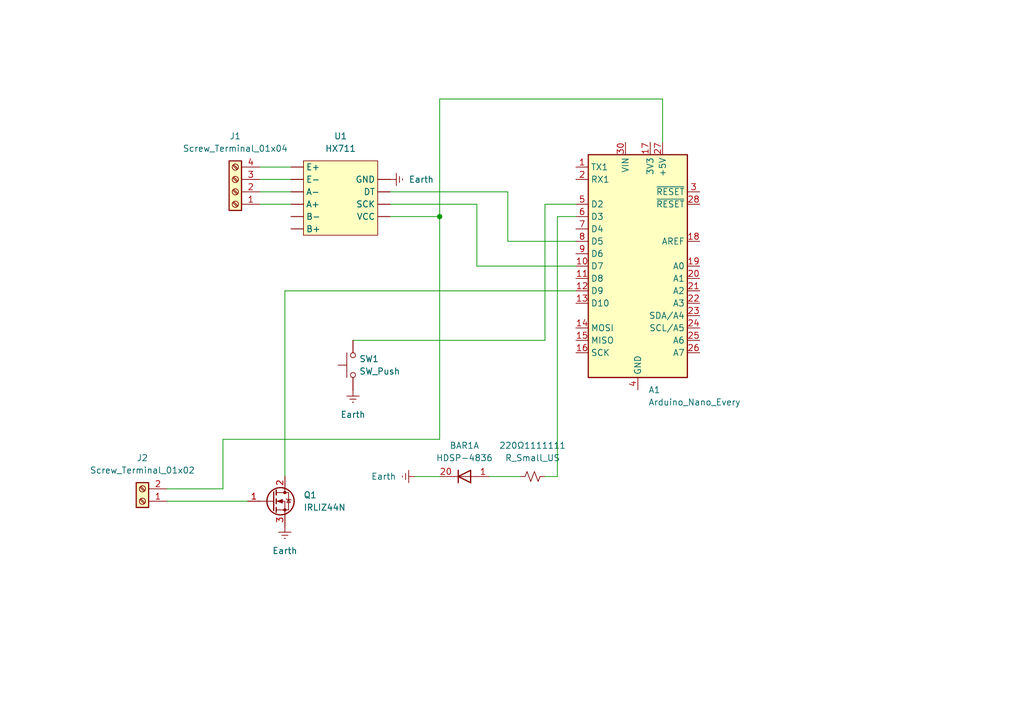
<source format=kicad_sch>
(kicad_sch (version 20250114) (generator "eeschema") (generator_version "9.0")
  (paper "A5")
  (lib_symbols
    (symbol "Amplifier_Current:HX711_1"
      (property "Reference" "U?" (at -12.192 9.906 0))
      (symbol "HX711_1_1_1"
        (rectangle (start 2.54 11.43) (end 17.78 -3.81) (fill (type background)))
        (pin bidirectional line (at 0 10.16 0) (length 2.54) (name "E+") (number ""))
        (pin bidirectional line (at 0 7.62 0) (length 2.54) (name "E-") (number ""))
        (pin bidirectional line (at 0 5.08 0) (length 2.54) (name "A-") (number ""))
        (pin bidirectional line (at 0 2.54 0) (length 2.54) (name "A+") (number ""))
        (pin bidirectional line (at 0 0 0) (length 2.54) (name "B-") (number ""))
        (pin bidirectional line (at 0 -2.54 0) (length 2.54) (name "B+") (number ""))
        (pin bidirectional line (at 20.32 7.62 180) (length 2.54) (name "GND") (number ""))
        (pin bidirectional line (at 20.32 5.08 180) (length 2.54) (name "DT") (number ""))
        (pin bidirectional line (at 20.32 2.54 180) (length 2.54) (name "SCK") (number ""))
        (pin bidirectional line (at 20.32 0 180) (length 2.54) (name "VCC") (number ""))
      )
    )
    (symbol "Connector:Screw_Terminal_01x02" (pin_names (offset 1.016) (hide yes))
      (property "Reference" "J" (at 0 2.54 0))
      (property "Value" "Screw_Terminal_01x02" (at 0 -5.08 0))
      (symbol "Screw_Terminal_01x02_1_1"
        (rectangle (start -1.27 1.27) (end 1.27 -3.81) (stroke (width 0.254)) (fill (type background)))
        (polyline (pts (xy -0.5334 0.3302) (xy 0.3302 -0.508)) (stroke (width 0.1524)))
        (polyline (pts (xy -0.5334 -2.2098) (xy 0.3302 -3.048)) (stroke (width 0.1524)))
        (polyline (pts (xy -0.3556 0.508) (xy 0.508 -0.3302)) (stroke (width 0.1524)))
        (polyline (pts (xy -0.3556 -2.032) (xy 0.508 -2.8702)) (stroke (width 0.1524)))
        (circle (center 0 0) (radius 0.635) (stroke (width 0.1524)))
        (circle (center 0 -2.54) (radius 0.635) (stroke (width 0.1524)))
        (pin passive line (at -5.08 0 0) (length 3.81) (name "Pin_1") (number "1"))
        (pin passive line (at -5.08 -2.54 0) (length 3.81) (name "Pin_2") (number "2"))
      )
    )
    (symbol "Connector:Screw_Terminal_01x04" (pin_names (offset 1.016) (hide yes))
      (property "Reference" "J" (at 0 5.08 0))
      (property "Value" "Screw_Terminal_01x04" (at 0 -7.62 0))
      (symbol "Screw_Terminal_01x04_1_1"
        (rectangle (start -1.27 3.81) (end 1.27 -6.35) (stroke (width 0.254)) (fill (type background)))
        (polyline (pts (xy -0.5334 2.8702) (xy 0.3302 2.032)) (stroke (width 0.1524)))
        (polyline (pts (xy -0.5334 0.3302) (xy 0.3302 -0.508)) (stroke (width 0.1524)))
        (polyline (pts (xy -0.5334 -2.2098) (xy 0.3302 -3.048)) (stroke (width 0.1524)))
        (polyline (pts (xy -0.5334 -4.7498) (xy 0.3302 -5.588)) (stroke (width 0.1524)))
        (polyline (pts (xy -0.3556 3.048) (xy 0.508 2.2098)) (stroke (width 0.1524)))
        (polyline (pts (xy -0.3556 0.508) (xy 0.508 -0.3302)) (stroke (width 0.1524)))
        (polyline (pts (xy -0.3556 -2.032) (xy 0.508 -2.8702)) (stroke (width 0.1524)))
        (polyline (pts (xy -0.3556 -4.572) (xy 0.508 -5.4102)) (stroke (width 0.1524)))
        (circle (center 0 2.54) (radius 0.635) (stroke (width 0.1524)))
        (circle (center 0 0) (radius 0.635) (stroke (width 0.1524)))
        (circle (center 0 -2.54) (radius 0.635) (stroke (width 0.1524)))
        (circle (center 0 -5.08) (radius 0.635) (stroke (width 0.1524)))
        (pin passive line (at -5.08 2.54 0) (length 3.81) (name "Pin_1") (number "1"))
        (pin passive line (at -5.08 0 0) (length 3.81) (name "Pin_2") (number "2"))
        (pin passive line (at -5.08 -2.54 0) (length 3.81) (name "Pin_3") (number "3"))
        (pin passive line (at -5.08 -5.08 0) (length 3.81) (name "Pin_4") (number "4"))
      )
    )
    (symbol "Device:R_Small_US" (pin_numbers (hide yes)) (pin_names (offset 0.254) (hide yes))
      (property "Reference" "R" (at 0.762 0.508 0))
      (property "Value" "R_Small_US" (at 0.762 -1.016 0))
      (symbol "R_Small_US_1_1"
        (polyline (pts (xy 0 1.524) (xy 1.016 1.143) (xy 0 0.762) (xy -1.016 0.381) (xy 0 0)))
        (polyline (pts (xy 0 0) (xy 1.016 -0.381) (xy 0 -0.762) (xy -1.016 -1.143) (xy 0 -1.524)))
        (pin passive line (at 0 2.54 270) (length 1.016) (name "~") (number "1"))
        (pin passive line (at 0 -2.54 90) (length 1.016) (name "~") (number "2"))
      )
    )
    (symbol "LED:HDSP-4836" (pin_names (offset 1.016) (hide yes))
      (property "Reference" "BAR" (at 0 3.81 0))
      (property "Value" "HDSP-4836" (at 0 -3.81 0))
      (symbol "HDSP-4836_0_1"
        (polyline (pts (xy -2.54 0) (xy 2.54 0)))
        (polyline (pts (xy -1.27 1.27) (xy -1.27 -1.27) (xy 1.27 0) (xy -1.27 1.27)) (stroke (width 0.254)))
        (polyline (pts (xy 1.27 -1.27) (xy 1.27 1.27)) (stroke (width 0.254)))
      )
      (symbol "HDSP-4836_1_1"
        (pin passive line (at -5.08 0 0) (length 2.54) (name "A") (number "1"))
        (pin passive line (at 5.08 0 180) (length 2.54) (name "K") (number "20"))
      )
      (symbol "HDSP-4836_2_1"
        (pin passive line (at -5.08 0 0) (length 2.54) (name "A") (number "2"))
        (pin passive line (at 5.08 0 180) (length 2.54) (name "K") (number "19"))
      )
      (symbol "HDSP-4836_3_1"
        (pin passive line (at -5.08 0 0) (length 2.54) (name "A") (number "3"))
        (pin passive line (at 5.08 0 180) (length 2.54) (name "K") (number "18"))
      )
      (symbol "HDSP-4836_4_1"
        (pin passive line (at -5.08 0 0) (length 2.54) (name "A") (number "4"))
        (pin passive line (at 5.08 0 180) (length 2.54) (name "K") (number "17"))
      )
      (symbol "HDSP-4836_5_1"
        (pin passive line (at -5.08 0 0) (length 2.54) (name "A") (number "5"))
        (pin passive line (at 5.08 0 180) (length 2.54) (name "K") (number "16"))
      )
      (symbol "HDSP-4836_6_1"
        (pin passive line (at -5.08 0 0) (length 2.54) (name "A") (number "6"))
        (pin passive line (at 5.08 0 180) (length 2.54) (name "K") (number "15"))
      )
      (symbol "HDSP-4836_7_1"
        (pin passive line (at -5.08 0 0) (length 2.54) (name "A") (number "7"))
        (pin passive line (at 5.08 0 180) (length 2.54) (name "K") (number "14"))
      )
      (symbol "HDSP-4836_8_1"
        (pin passive line (at -5.08 0 0) (length 2.54) (name "A") (number "8"))
        (pin passive line (at 5.08 0 180) (length 2.54) (name "K") (number "13"))
      )
      (symbol "HDSP-4836_9_1"
        (pin passive line (at -5.08 0 0) (length 2.54) (name "A") (number "9"))
        (pin passive line (at 5.08 0 180) (length 2.54) (name "K") (number "12"))
      )
      (symbol "HDSP-4836_10_1"
        (pin passive line (at -5.08 0 0) (length 2.54) (name "A") (number "10"))
        (pin passive line (at 5.08 0 180) (length 2.54) (name "K") (number "11"))
      )
    )
    (symbol "MCU_Module:Arduino_Nano_Every"
      (property "Reference" "A" (at -10.16 23.495 0))
      (property "Value" "Arduino_Nano_Every" (at 5.08 -24.13 0))
      (symbol "Arduino_Nano_Every_0_1"
        (rectangle (start -10.16 22.86) (end 10.16 -22.86) (stroke (width 0.254)) (fill (type background)))
      )
      (symbol "Arduino_Nano_Every_1_1"
        (pin bidirectional line (at -12.7 20.32 0) (length 2.54) (name "TX1") (number "1"))
        (pin bidirectional line (at -12.7 17.78 0) (length 2.54) (name "RX1") (number "2"))
        (pin bidirectional line (at -12.7 12.7 0) (length 2.54) (name "D2") (number "5"))
        (pin bidirectional line (at -12.7 10.16 0) (length 2.54) (name "D3") (number "6"))
        (pin bidirectional line (at -12.7 7.62 0) (length 2.54) (name "D4") (number "7"))
        (pin bidirectional line (at -12.7 5.08 0) (length 2.54) (name "D5") (number "8"))
        (pin bidirectional line (at -12.7 2.54 0) (length 2.54) (name "D6") (number "9"))
        (pin bidirectional line (at -12.7 0 0) (length 2.54) (name "D7") (number "10"))
        (pin bidirectional line (at -12.7 -2.54 0) (length 2.54) (name "D8") (number "11"))
        (pin bidirectional line (at -12.7 -5.08 0) (length 2.54) (name "D9") (number "12"))
        (pin bidirectional line (at -12.7 -7.62 0) (length 2.54) (name "D10") (number "13"))
        (pin bidirectional line (at -12.7 -12.7 0) (length 2.54) (name "MOSI") (number "14"))
        (pin bidirectional line (at -12.7 -15.24 0) (length 2.54) (name "MISO") (number "15"))
        (pin bidirectional line (at -12.7 -17.78 0) (length 2.54) (name "SCK") (number "16"))
        (pin power_in line (at -2.54 25.4 270) (length 2.54) (name "VIN") (number "30"))
        (pin passive line (at 0 -25.4 90) (length 2.54) (hide yes) (name "GND") (number "29"))
        (pin power_in line (at 0 -25.4 90) (length 2.54) (name "GND") (number "4"))
        (pin power_out line (at 2.54 25.4 270) (length 2.54) (name "3V3") (number "17"))
        (pin power_out line (at 5.08 25.4 270) (length 2.54) (name "+5V") (number "27"))
        (pin input line (at 12.7 15.24 180) (length 2.54) (name "~{RESET}") (number "3"))
        (pin input line (at 12.7 12.7 180) (length 2.54) (name "~{RESET}") (number "28"))
        (pin input line (at 12.7 5.08 180) (length 2.54) (name "AREF") (number "18"))
        (pin bidirectional line (at 12.7 0 180) (length 2.54) (name "A0") (number "19"))
        (pin bidirectional line (at 12.7 -2.54 180) (length 2.54) (name "A1") (number "20"))
        (pin bidirectional line (at 12.7 -5.08 180) (length 2.54) (name "A2") (number "21"))
        (pin bidirectional line (at 12.7 -7.62 180) (length 2.54) (name "A3") (number "22"))
        (pin bidirectional line (at 12.7 -10.16 180) (length 2.54) (name "SDA/A4") (number "23"))
        (pin bidirectional line (at 12.7 -12.7 180) (length 2.54) (name "SCL/A5") (number "24"))
        (pin bidirectional line (at 12.7 -15.24 180) (length 2.54) (name "A6") (number "25"))
        (pin bidirectional line (at 12.7 -17.78 180) (length 2.54) (name "A7") (number "26"))
      )
    )
    (symbol "Switch:SW_Push" (pin_numbers (hide yes)) (pin_names (offset 1.016) (hide yes))
      (property "Reference" "SW" (at 1.27 2.54 0))
      (property "Value" "SW_Push" (at 0 -1.524 0))
      (symbol "SW_Push_0_1"
        (circle (center -2.032 0) (radius 0.508))
        (polyline (pts (xy 0 1.27) (xy 0 3.048)))
        (circle (center 2.032 0) (radius 0.508))
        (polyline (pts (xy 2.54 1.27) (xy -2.54 1.27)))
        (pin passive line (at -5.08 0 0) (length 2.54) (name "1") (number "1"))
        (pin passive line (at 5.08 0 180) (length 2.54) (name "2") (number "2"))
      )
    )
    (symbol "Transistor_FET:IRLIZ44N" (pin_names (hide yes))
      (property "Reference" "Q" (at 5.08 1.905 0))
      (property "Value" "IRLIZ44N" (at 5.08 0 0))
      (symbol "IRLIZ44N_0_1"
        (polyline (pts (xy 0.254 1.905) (xy 0.254 -1.905)) (stroke (width 0.254)))
        (polyline (pts (xy 0.254 0) (xy -2.54 0)))
        (polyline (pts (xy 0.762 2.286) (xy 0.762 1.27)) (stroke (width 0.254)))
        (polyline (pts (xy 0.762 0.508) (xy 0.762 -0.508)) (stroke (width 0.254)))
        (polyline (pts (xy 0.762 -1.27) (xy 0.762 -2.286)) (stroke (width 0.254)))
        (polyline (pts (xy 0.762 -1.778) (xy 3.302 -1.778) (xy 3.302 1.778) (xy 0.762 1.778)))
        (polyline (pts (xy 1.016 0) (xy 2.032 0.381) (xy 2.032 -0.381) (xy 1.016 0)) (fill (type outline)))
        (circle (center 1.651 0) (radius 2.794) (stroke (width 0.254)))
        (polyline (pts (xy 2.54 2.54) (xy 2.54 1.778)))
        (circle (center 2.54 1.778) (radius 0.254) (fill (type outline)))
        (circle (center 2.54 -1.778) (radius 0.254) (fill (type outline)))
        (polyline (pts (xy 2.54 -2.54) (xy 2.54 0) (xy 0.762 0)))
        (polyline (pts (xy 2.794 0.508) (xy 2.921 0.381) (xy 3.683 0.381) (xy 3.81 0.254)))
        (polyline (pts (xy 3.302 0.381) (xy 2.921 -0.254) (xy 3.683 -0.254) (xy 3.302 0.381)))
      )
      (symbol "IRLIZ44N_1_1"
        (pin input line (at -5.08 0 0) (length 2.54) (name "G") (number "1"))
        (pin passive line (at 2.54 5.08 270) (length 2.54) (name "D") (number "2"))
        (pin passive line (at 2.54 -5.08 90) (length 2.54) (name "S") (number "3"))
      )
    )
    (symbol "power:Earth" (power) (pin_numbers (hide yes)) (pin_names (offset 0) (hide yes))
      (property "Value" "Earth" (at 0 -3.81 0))
      (symbol "Earth_0_1"
        (polyline (pts (xy -0.635 -1.905) (xy 0.635 -1.905)))
        (polyline (pts (xy -0.127 -2.54) (xy 0.127 -2.54)))
        (polyline (pts (xy 0 -1.27) (xy 0 0)))
        (polyline (pts (xy 1.27 -1.27) (xy -1.27 -1.27)))
      )
      (symbol "Earth_1_1"
        (pin power_in line (at 0 0 270) (length 0) (name "~") (number "1"))
      )
    )
  )
  (junction (at 90.17 44.45))
  (wire (pts (xy 114.3 97.79) (xy 111.76 97.79)))
  (wire (pts (xy 135.89 20.32) (xy 90.17 20.32)))
  (wire (pts (xy 104.14 39.37) (xy 104.14 49.53)))
  (wire (pts (xy 53.34 36.83) (xy 59.69 36.83)))
  (wire (pts (xy 111.76 41.91) (xy 118.11 41.91)))
  (wire (pts (xy 90.17 90.17) (xy 45.72 90.17)))
  (wire (pts (xy 114.3 44.45) (xy 114.3 97.79)))
  (wire (pts (xy 53.34 41.91) (xy 59.69 41.91)))
  (wire (pts (xy 34.29 102.87) (xy 50.8 102.87)))
  (wire (pts (xy 118.11 44.45) (xy 114.3 44.45)))
  (wire (pts (xy 72.39 69.85) (xy 111.76 69.85)))
  (wire (pts (xy 53.34 39.37) (xy 59.69 39.37)))
  (wire (pts (xy 85.09 97.79) (xy 90.17 97.79)))
  (wire (pts (xy 90.17 20.32) (xy 90.17 44.45)))
  (wire (pts (xy 104.14 49.53) (xy 118.11 49.53)))
  (wire (pts (xy 80.01 44.45) (xy 90.17 44.45)))
  (wire (pts (xy 45.72 90.17) (xy 45.72 100.33)))
  (wire (pts (xy 34.29 100.33) (xy 45.72 100.33)))
  (wire (pts (xy 80.01 39.37) (xy 104.14 39.37)))
  (wire (pts (xy 135.89 29.21) (xy 135.89 20.32)))
  (wire (pts (xy 97.79 54.61) (xy 118.11 54.61)))
  (wire (pts (xy 97.79 41.91) (xy 97.79 54.61)))
  (wire (pts (xy 90.17 44.45) (xy 90.17 90.17)))
  (wire (pts (xy 53.34 34.29) (xy 59.69 34.29)))
  (wire (pts (xy 100.33 97.79) (xy 106.68 97.79)))
  (wire (pts (xy 118.11 59.69) (xy 58.42 59.69)))
  (wire (pts (xy 111.76 69.85) (xy 111.76 41.91)))
  (wire (pts (xy 80.01 41.91) (xy 97.79 41.91)))
  (wire (pts (xy 58.42 59.69) (xy 58.42 97.79)))
  (symbol (lib_id "power:Earth") (at 85.09 97.79 270) (unit 1)
    (property "Reference" "#PWR04" (effects (hide yes)))
    (property "Value" "Earth" (at 81.28 97.7899 90) (effects (justify right)))
    (property "Description" "Power symbol creates a global label with name \"Earth\"" (effects (hide yes)))
  )
  (symbol (lib_id "Transistor_FET:IRLIZ44N") (at 55.88 102.87 0) (unit 1)
    (property "Reference" "Q1" (at 62.23 101.5999 0) (effects (justify left)))
    (property "Value" "IRLIZ44N" (at 62.23 104.1399 0) (effects (justify left)))
    (property "Footprint" "Package_TO_SOT_THT:TO-220F-3_Vertical" (effects (hide yes)))
    (property "Datasheet" "http://www.irf.com/product-info/datasheets/data/irliz44n.pdf" (effects (hide yes)))
    (property "Description" "30A Id, 55V Vds, 22mOhm Rds, N-Channel HEXFET Power MOSFET, TO-220AB" (effects (hide yes)))
  )
  (symbol (lib_id "Device:R_Small_US") (at 109.22 97.79 90) (unit 1)
    (property "Reference" "220Ω1111111" (at 109.22 91.44 90))
    (property "Value" "R_Small_US" (at 109.22 93.98 90))
    (property "Description" "Resistor, small US symbol" (effects (hide yes)))
  )
  (symbol (lib_id "MCU_Module:Arduino_Nano_Every") (at 130.81 54.61 0) (unit 1)
    (property "Reference" "A1" (at 132.9533 80.01 0) (effects (justify left)))
    (property "Value" "Arduino_Nano_Every" (at 132.9533 82.55 0) (effects (justify left)))
    (property "Footprint" "Module:Arduino_Nano" (effects (hide yes)))
    (property "Datasheet" "https://content.arduino.cc/assets/NANOEveryV3.0_sch.pdf" (effects (hide yes)))
    (property "Description" "Arduino Nano Every" (effects (hide yes)))
  )
  (symbol (lib_id "power:Earth") (at 58.42 107.95 0) (unit 1)
    (property "Reference" "#PWR02" (effects (hide yes)))
    (property "Value" "Earth" (at 58.42 113.03 0))
    (property "Description" "Power symbol creates a global label with name \"Earth\"" (effects (hide yes)))
  )
  (symbol (lib_id "Connector:Screw_Terminal_01x02") (at 29.21 102.87 180) (unit 1)
    (property "Reference" "J2" (at 29.21 93.98 0))
    (property "Value" "Screw_Terminal_01x02" (at 29.21 96.52 0))
    (property "Description" "Generic screw terminal, single row, 01x02, script generated (kicad-library-utils/schlib/autogen/connector/)" (effects (hide yes)))
  )
  (symbol (lib_id "Switch:SW_Push") (at 72.39 74.93 90) (unit 1)
    (property "Reference" "SW1" (at 73.66 73.6599 90) (effects (justify right)))
    (property "Value" "SW_Push" (at 73.66 76.1999 90) (effects (justify right)))
    (property "Description" "Push button switch, generic, two pins" (effects (hide yes)))
  )
  (symbol (lib_id "LED:HDSP-4836") (at 95.25 97.79 180) (unit 1)
    (property "Reference" "BAR1" (at 95.25 91.44 0))
    (property "Value" "HDSP-4836" (at 95.25 93.98 0))
    (property "Footprint" "Display:HDSP-4836" (effects (hide yes)))
    (property "Datasheet" "https://docs.broadcom.com/docs/AV02-1798EN" (effects (hide yes)))
    (property "Description" "10-element LED arrays, Mix of high efficient red, yellow and green" (effects (hide yes)))
  )
  (symbol (lib_id "Connector:Screw_Terminal_01x04") (at 48.26 39.37 180) (unit 1)
    (property "Reference" "J1" (at 48.26 27.94 0))
    (property "Value" "Screw_Terminal_01x04" (at 48.26 30.48 0))
    (property "Description" "Generic screw terminal, single row, 01x04, script generated (kicad-library-utils/schlib/autogen/connector/)" (effects (hide yes)))
  )
  (symbol (lib_id "power:Earth") (at 72.39 80.01 0) (unit 1)
    (property "Reference" "#PWR03" (effects (hide yes)))
    (property "Value" "Earth" (at 72.39 85.09 0))
    (property "Description" "Power symbol creates a global label with name \"Earth\"" (effects (hide yes)))
  )
  (symbol (lib_id "power:Earth") (at 80.01 36.83 90) (unit 1)
    (property "Reference" "#PWR01" (effects (hide yes)))
    (property "Value" "Earth" (at 83.82 36.8299 90) (effects (justify right)))
    (property "Description" "Power symbol creates a global label with name \"Earth\"" (effects (hide yes)))
  )
  (symbol (lib_id "Amplifier_Current:HX711_1") (at 59.69 44.45 0) (unit 1)
    (property "Reference" "U1" (at 69.85 27.94 0))
    (property "Value" "HX711" (at 69.85 30.48 0))
    (property "Footprint" "Custom_Footprints_Library:HX711_Weight_Sensor_Module" (effects (hide yes)))
  )
)
</source>
